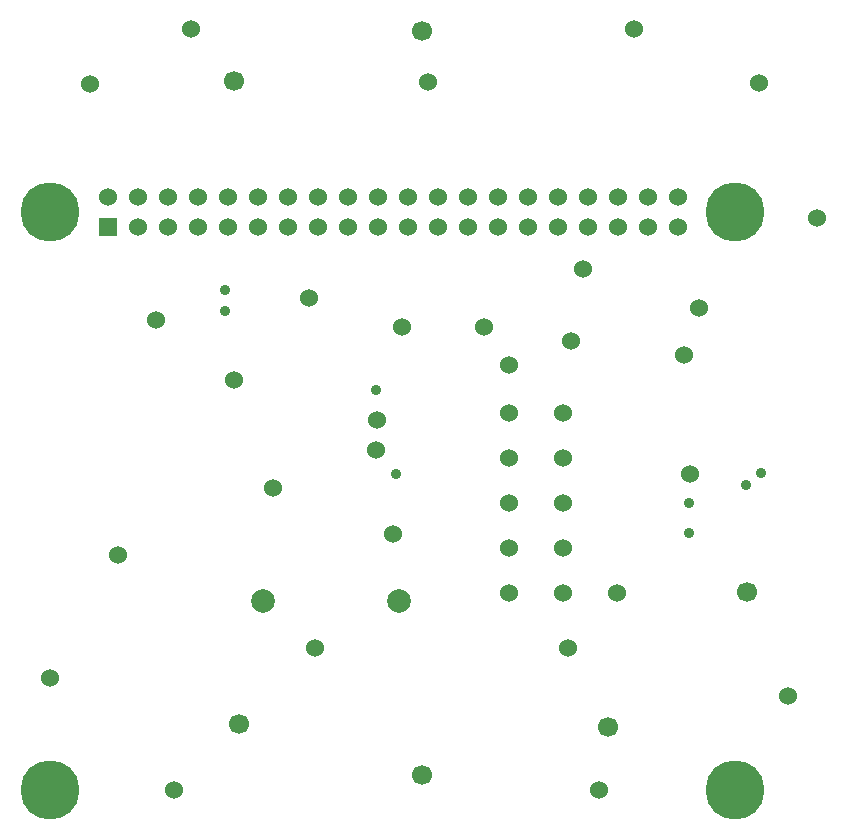
<source format=gbr>
G04 start of page 5 for group 3 idx 3 *
G04 Title: (unknown), signal3 *
G04 Creator: pcb 4.2.0 *
G04 CreationDate: Wed Dec  4 15:10:37 2019 UTC *
G04 For: blinken *
G04 Format: Gerber/RS-274X *
G04 PCB-Dimensions (mil): 2755.91 2755.91 *
G04 PCB-Coordinate-Origin: lower left *
%MOIN*%
%FSLAX25Y25*%
%LNGROUP3*%
%ADD56C,0.0394*%
%ADD55C,0.0380*%
%ADD54C,0.0200*%
%ADD53C,0.1142*%
%ADD52C,0.0350*%
%ADD51C,0.0360*%
%ADD50C,0.1969*%
%ADD49C,0.0001*%
%ADD48C,0.0787*%
%ADD47C,0.0669*%
%ADD46C,0.0600*%
G54D46*X83110Y201614D03*
X93110D03*
X103110D03*
X83110Y211614D03*
X93110D03*
X103110D03*
X113110D03*
X123110D03*
X133110D03*
X113110Y201614D03*
X123110D03*
X133110D03*
X143110D03*
G54D47*X137876Y19057D03*
X246144Y80081D03*
G54D48*X130309Y76781D03*
X85033D03*
G54D47*X137876Y267089D03*
X75376Y250342D03*
X76852Y35789D03*
X199884Y34805D03*
G54D46*X53110Y201614D03*
Y211614D03*
X63110Y201614D03*
Y211614D03*
G54D49*G36*
X30110Y204614D02*Y198614D01*
X36110D01*
Y204614D01*
X30110D01*
G37*
G54D46*X33110Y211614D03*
X43110Y201614D03*
Y211614D03*
X73110Y201614D03*
Y211614D03*
X143110D03*
X153110Y201614D03*
X163110D03*
X173110D03*
X153110Y211614D03*
X163110D03*
X173110D03*
X183110D03*
X193110D03*
X203110D03*
X183110Y201614D03*
X193110D03*
X203110D03*
X213110D03*
Y211614D03*
X223110D03*
Y201614D03*
X88110Y114614D03*
X128110Y99114D03*
X49110Y170614D03*
X36600Y92391D03*
X13780Y51181D03*
X55118Y13780D03*
G54D50*X13780D03*
G54D51*X122610Y147114D03*
X129110Y119114D03*
G54D46*X131110Y168114D03*
X122610Y127114D03*
X122835Y137402D03*
X75300Y150591D03*
X167000Y139591D03*
X185000D03*
X167000Y155591D03*
Y94591D03*
X185000D03*
Y109591D03*
Y124591D03*
X167000Y79591D03*
X185000D03*
X27110Y249114D03*
X250110Y249614D03*
X139764Y250000D03*
X191610Y187614D03*
X158610Y168114D03*
X230110Y174614D03*
X187610Y163614D03*
X225197Y159055D03*
G54D51*X72110Y173614D03*
Y180614D03*
G54D46*X100300Y178091D03*
X208661Y267717D03*
X61024D03*
X269685Y204724D03*
G54D50*X242126Y206693D03*
X13780D03*
G54D46*X102110Y61114D03*
X186610D03*
X196850Y13780D03*
G54D51*X246000Y115591D03*
X251000Y119591D03*
G54D46*X227110Y119114D03*
G54D51*X227000Y109591D03*
Y99591D03*
G54D46*X167000Y124591D03*
Y109591D03*
X203000Y79591D03*
X259843Y45276D03*
G54D50*X242126Y13780D03*
G54D52*G54D53*G54D54*G54D52*G54D54*G54D52*G54D53*G54D52*G54D54*G54D52*G54D54*G54D52*G54D53*G54D55*G54D56*G54D55*M02*

</source>
